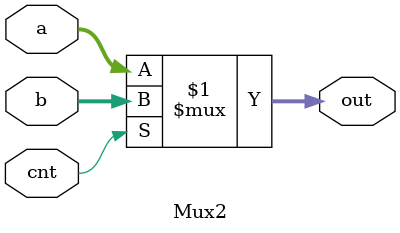
<source format=v>
module Mux2(a, b, cnt, out);
    input [31:0] a, b;
    input cnt;
    output [31:0] out;
    assign out = cnt ? b : a;
endmodule
</source>
